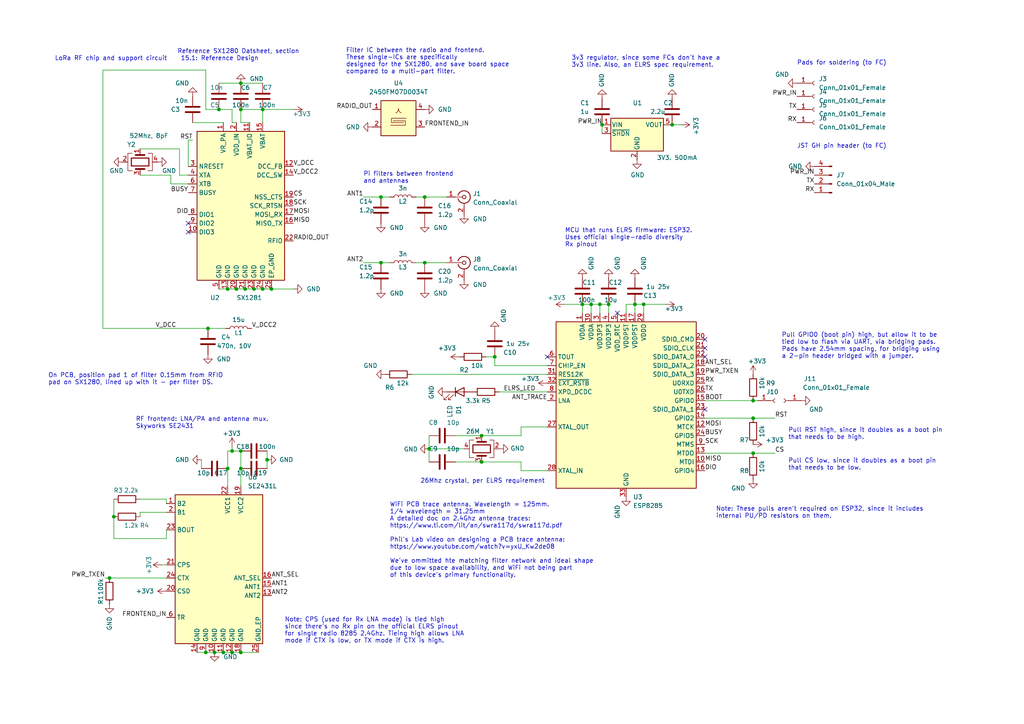
<source format=kicad_sch>
(kicad_sch (version 20211123) (generator eeschema)
  (paper "A4")
  (title_block (title "AnyLeaf ELRS single-radio Rx") (rev "1.0"))
  (lib_symbols
    (symbol "Anyleaf Shared:2450FM07D0034" (pin_names (offset 1.016))
      (property "Reference" "FL" (at 2.54 -6.35 0))
      (property "Value" "2450FM07D0034" (at 0 6.35 0))
      (symbol "2450FM07D0034_0_1"
        (rectangle (start -5.08 5.08) (end 5.08 -5.08) (stroke (width 0.254)) (fill (type background)))
        (arc (start -0.762 1.524) (mid -0.1988 2.0511) (end 0 2.794))
        (polyline (pts (xy -1.524 -0.762) (xy -1.27 -0.762)))
        (polyline (pts (xy 1.524 -1.27) (xy -1.524 -1.27)))
        (polyline (pts (xy 1.524 -0.762) (xy -1.27 -0.762)))
        (polyline (pts (xy -1.524 -1.27) (xy -2.032 -1.27) (xy -2.032 0) (xy 2.286 0)))
        (polyline (pts (xy 1.524 -0.762) (xy 2.032 -0.762) (xy 2.032 -2.032) (xy -2.286 -2.032)))
        (arc (start 0 2.794) (mid 0.2065 2.0558) (end 0.762 1.524))
      )
      (symbol "2450FM07D0034_1_1"
        (pin passive line (at -7.62 2.54 0) (length 2.54) (name "~") (number "1"))
        (pin passive line (at -7.62 -2.54 0) (length 2.54) (name "~") (number "2"))
        (pin passive line (at 7.62 -2.54 180) (length 2.54) (name "~") (number "3"))
        (pin passive line (at 7.62 2.54 180) (length 2.54) (name "~") (number "4"))
        (pin passive line (at -7.62 -2.54 0) (length 2.54) hide (name "~") (number "5"))
      )
    )
    (symbol "Anyleaf Shared:SE2431L"
      (property "Reference" "U6" (at -15.24 29.21 0))
      (property "Value" "SE2431L" (at -17.78 26.67 0))
      (symbol "SE2431L_0_1"
        (rectangle (start -12.7 25.4) (end 12.7 -17.78) (stroke (width 0.254)) (fill (type background)))
      )
      (symbol "SE2431L_1_1"
        (pin output line (at -15.24 22.86 0) (length 2.54) (name "B2") (number "1"))
        (pin power_out line (at -1.27 -20.32 90) (length 2.54) (name "GND") (number "10"))
        (pin power_in line (at 1.27 -20.32 90) (length 2.54) (name "GND") (number "11"))
        (pin output line (at 3.81 -20.32 90) (length 2.54) (name "GND") (number "12"))
        (pin bidirectional line (at 15.24 -3.81 180) (length 2.54) (name "ANT2") (number "13"))
        (pin power_out line (at -6.35 -20.32 90) (length 2.54) (name "GND") (number "14"))
        (pin input line (at 15.24 -1.27 180) (length 2.54) (name "ANT1") (number "15"))
        (pin input line (at 15.24 1.27 180) (length 2.54) (name "ANT_SEL") (number "16"))
        (pin power_out line (at 6.35 -20.32 90) (length 2.54) (name "GND") (number "18"))
        (pin power_in line (at 6.35 27.94 270) (length 2.54) (name "VCC2") (number "19"))
        (pin output line (at -15.24 20.32 0) (length 2.54) (name "B1") (number "2"))
        (pin input line (at -15.24 -2.54 0) (length 2.54) (name "CSD") (number "20"))
        (pin input line (at -15.24 5.08 0) (length 2.54) (name "CPS") (number "21"))
        (pin power_in line (at 2.54 27.94 270) (length 2.54) (name "VCC1") (number "22"))
        (pin input line (at -15.24 15.24 0) (length 2.54) (name "BOUT") (number "23"))
        (pin input line (at -15.24 1.27 0) (length 2.54) (name "CTX") (number "24"))
        (pin power_out line (at 11.43 -20.32 90) (length 2.54) (name "GND_EP") (number "25"))
        (pin input line (at -15.24 -10.16 0) (length 2.54) (name "TR") (number "6"))
        (pin power_out line (at -3.81 -20.32 90) (length 2.54) (name "GND") (number "9"))
      )
    )
    (symbol "Anyleaf_Shared:SX1281"
      (property "Reference" "U" (at 13.97 24.13 0))
      (property "Value" "SX1281" (at 13.97 21.59 0))
      (symbol "SX1281_0_1"
        (rectangle (start -12.7 25.4) (end 12.7 -17.78) (stroke (width 0.254)) (fill (type background)))
      )
      (symbol "SX1281_1_1"
        (pin power_in line (at -5.08 27.94 270) (length 2.54) (name "VR_PA") (number "1"))
        (pin bidirectional line (at -15.24 -3.81 0) (length 2.54) (name "DIO3") (number "10"))
        (pin power_in line (at 2.54 27.94 270) (length 2.54) (name "VBAT_IO") (number "11"))
        (pin power_out line (at 15.24 15.24 180) (length 2.54) (name "DCC_FB") (number "12"))
        (pin power_out line (at -3.81 -20.32 90) (length 2.54) (name "GND") (number "13"))
        (pin power_out line (at 15.24 12.7 180) (length 2.54) (name "DCC_SW") (number "14"))
        (pin power_in line (at 6.35 27.94 270) (length 2.54) (name "VBAT") (number "15"))
        (pin output line (at 15.24 -1.27 180) (length 2.54) (name "MISO_TX") (number "16"))
        (pin input line (at 15.24 1.27 180) (length 2.54) (name "MOSI_RX") (number "17"))
        (pin input line (at 15.24 3.81 180) (length 2.54) (name "SCK_RTSN") (number "18"))
        (pin input line (at 15.24 6.35 180) (length 2.54) (name "NSS_CTS") (number "19"))
        (pin power_in line (at -1.27 27.94 270) (length 2.54) (name "VDD_IN") (number "2"))
        (pin output line (at -1.27 -20.32 90) (length 2.54) (name "GND") (number "20"))
        (pin power_out line (at 1.27 -20.32 90) (length 2.54) (name "GND") (number "21"))
        (pin bidirectional line (at 15.24 -6.35 180) (length 2.54) (name "RFIO") (number "22"))
        (pin power_out line (at 3.81 -20.32 90) (length 2.54) (name "GND") (number "23"))
        (pin power_out line (at 6.35 -20.32 90) (length 2.54) (name "GND") (number "24"))
        (pin power_out line (at 8.89 -20.32 90) (length 2.54) (name "EP_GND") (number "25"))
        (pin input line (at -15.24 15.24 0) (length 2.54) (name "NRESET") (number "3"))
        (pin bidirectional line (at -15.24 12.7 0) (length 2.54) (name "XTA") (number "4"))
        (pin power_out line (at -6.35 -20.32 90) (length 2.54) (name "GND") (number "5"))
        (pin bidirectional line (at -15.24 10.16 0) (length 2.54) (name "XTB") (number "6"))
        (pin output line (at -15.24 7.62 0) (length 2.54) (name "BUSY") (number "7"))
        (pin bidirectional line (at -15.24 1.27 0) (length 2.54) (name "DIO1") (number "8"))
        (pin bidirectional line (at -15.24 -1.27 0) (length 2.54) (name "DIO2") (number "9"))
      )
    )
    (symbol "Connector:Conn_01x01_Female" (pin_names (offset 1.016) hide)
      (property "Reference" "J" (at 0 2.54 0))
      (property "Value" "Conn_01x01_Female" (at 0 -2.54 0))
      (symbol "Conn_01x01_Female_1_1"
        (polyline (pts (xy -1.27 0) (xy -0.508 0)) (stroke (width 0.1524)))
        (arc (start 0 0.508) (mid -0.508 0) (end 0 -0.508) (stroke (width 0.1524)))
        (pin passive line (at -5.08 0 0) (length 3.81) (name "Pin_1") (number "1"))
      )
    )
    (symbol "Connector:Conn_01x04_Male" (pin_names (offset 1.016) hide)
      (property "Reference" "J" (at 0 5.08 0))
      (property "Value" "Conn_01x04_Male" (at 0 -7.62 0))
      (symbol "Conn_01x04_Male_1_1"
        (polyline (pts (xy 1.27 -5.08) (xy 0.8636 -5.08)) (stroke (width 0.1524)))
        (polyline (pts (xy 1.27 -2.54) (xy 0.8636 -2.54)) (stroke (width 0.1524)))
        (polyline (pts (xy 1.27 0) (xy 0.8636 0)) (stroke (width 0.1524)))
        (polyline (pts (xy 1.27 2.54) (xy 0.8636 2.54)) (stroke (width 0.1524)))
        (rectangle (start 0.8636 -4.953) (end 0 -5.207) (stroke (width 0.1524)) (fill (type outline)))
        (rectangle (start 0.8636 -2.413) (end 0 -2.667) (stroke (width 0.1524)) (fill (type outline)))
        (rectangle (start 0.8636 0.127) (end 0 -0.127) (stroke (width 0.1524)) (fill (type outline)))
        (rectangle (start 0.8636 2.667) (end 0 2.413) (stroke (width 0.1524)) (fill (type outline)))
        (pin passive line (at 5.08 2.54 180) (length 3.81) (name "Pin_1") (number "1"))
        (pin passive line (at 5.08 0 180) (length 3.81) (name "Pin_2") (number "2"))
        (pin passive line (at 5.08 -2.54 180) (length 3.81) (name "Pin_3") (number "3"))
        (pin passive line (at 5.08 -5.08 180) (length 3.81) (name "Pin_4") (number "4"))
      )
    )
    (symbol "Connector:Conn_Coaxial" (pin_names (offset 1.016) hide)
      (property "Reference" "J" (at 0.254 3.048 0))
      (property "Value" "Conn_Coaxial" (at 2.921 0 90))
      (symbol "Conn_Coaxial_0_1"
        (arc (start -1.778 -0.508) (mid 0.222 -1.808) (end 1.778 0) (stroke (width 0.254)))
        (polyline (pts (xy -2.54 0) (xy -0.508 0)))
        (polyline (pts (xy 0 -2.54) (xy 0 -1.778)))
        (circle (center 0 0) (radius 0.508) (stroke (width 0.2032)))
        (arc (start 1.778 0) (mid 0.222 1.8083) (end -1.778 0.508) (stroke (width 0.254)))
      )
      (symbol "Conn_Coaxial_1_1"
        (pin passive line (at -5.08 0 0) (length 2.54) (name "In") (number "1"))
        (pin passive line (at 0 -5.08 90) (length 2.54) (name "Ext") (number "2"))
      )
    )
    (symbol "Device:C" (pin_numbers hide) (pin_names (offset 0.254))
      (property "Reference" "C" (at 0.635 2.54 0))
      (property "Value" "C" (at 0.635 -2.54 0))
      (symbol "C_0_1"
        (polyline (pts (xy -2.032 -0.762) (xy 2.032 -0.762)) (stroke (width 0.508)))
        (polyline (pts (xy -2.032 0.762) (xy 2.032 0.762)) (stroke (width 0.508)))
      )
      (symbol "C_1_1"
        (pin passive line (at 0 3.81 270) (length 2.794) (name "~") (number "1"))
        (pin passive line (at 0 -3.81 90) (length 2.794) (name "~") (number "2"))
      )
    )
    (symbol "Device:Crystal_GND24" (pin_names (offset 1.016) hide)
      (property "Reference" "Y" (at 3.175 5.08 0))
      (property "Value" "Crystal_GND24" (at 3.175 3.175 0))
      (symbol "Crystal_GND24_0_1"
        (rectangle (start -1.143 2.54) (end 1.143 -2.54) (stroke (width 0.3048)))
        (polyline (pts (xy -2.54 0) (xy -2.032 0)))
        (polyline (pts (xy -2.032 -1.27) (xy -2.032 1.27)) (stroke (width 0.508)))
        (polyline (pts (xy 0 -3.81) (xy 0 -3.556)))
        (polyline (pts (xy 0 3.556) (xy 0 3.81)))
        (polyline (pts (xy 2.032 -1.27) (xy 2.032 1.27)) (stroke (width 0.508)))
        (polyline (pts (xy 2.032 0) (xy 2.54 0)))
        (polyline (pts (xy -2.54 -2.286) (xy -2.54 -3.556) (xy 2.54 -3.556) (xy 2.54 -2.286)))
        (polyline (pts (xy -2.54 2.286) (xy -2.54 3.556) (xy 2.54 3.556) (xy 2.54 2.286)))
      )
      (symbol "Crystal_GND24_1_1"
        (pin passive line (at -3.81 0 0) (length 1.27) (name "1") (number "1"))
        (pin passive line (at 0 5.08 270) (length 1.27) (name "2") (number "2"))
        (pin passive line (at 3.81 0 180) (length 1.27) (name "3") (number "3"))
        (pin passive line (at 0 -5.08 90) (length 1.27) (name "4") (number "4"))
      )
    )
    (symbol "Device:L" (pin_numbers hide) (pin_names (offset 1.016) hide)
      (property "Reference" "L" (at -1.27 0 90))
      (property "Value" "L" (at 1.905 0 90))
      (symbol "L_0_1"
        (arc (start 0 -2.54) (mid 0.635 -1.905) (end 0 -1.27))
        (arc (start 0 -1.27) (mid 0.635 -0.635) (end 0 0))
        (arc (start 0 0) (mid 0.635 0.635) (end 0 1.27))
        (arc (start 0 1.27) (mid 0.635 1.905) (end 0 2.54))
      )
      (symbol "L_1_1"
        (pin passive line (at 0 3.81 270) (length 1.27) (name "1") (number "1"))
        (pin passive line (at 0 -3.81 90) (length 1.27) (name "2") (number "2"))
      )
    )
    (symbol "Device:LED" (pin_numbers hide) (pin_names (offset 1.016) hide)
      (property "Reference" "D" (at 0 2.54 0))
      (property "Value" "LED" (at 0 -2.54 0))
      (symbol "LED_0_1"
        (polyline (pts (xy -1.27 -1.27) (xy -1.27 1.27)) (stroke (width 0.254)))
        (polyline (pts (xy -1.27 0) (xy 1.27 0)))
        (polyline (pts (xy 1.27 -1.27) (xy 1.27 1.27) (xy -1.27 0) (xy 1.27 -1.27)) (stroke (width 0.254)))
        (polyline (pts (xy -3.048 -0.762) (xy -4.572 -2.286) (xy -3.81 -2.286) (xy -4.572 -2.286) (xy -4.572 -1.524)))
        (polyline (pts (xy -1.778 -0.762) (xy -3.302 -2.286) (xy -2.54 -2.286) (xy -3.302 -2.286) (xy -3.302 -1.524)))
      )
      (symbol "LED_1_1"
        (pin passive line (at -3.81 0 0) (length 2.54) (name "K") (number "1"))
        (pin passive line (at 3.81 0 180) (length 2.54) (name "A") (number "2"))
      )
    )
    (symbol "Device:R" (pin_numbers hide) (pin_names (offset 0))
      (property "Reference" "R" (at 2.032 0 90))
      (property "Value" "R" (at 0 0 90))
      (symbol "R_0_1"
        (rectangle (start -1.016 -2.54) (end 1.016 2.54) (stroke (width 0.254)))
      )
      (symbol "R_1_1"
        (pin passive line (at 0 3.81 270) (length 1.27) (name "~") (number "1"))
        (pin passive line (at 0 -3.81 90) (length 1.27) (name "~") (number "2"))
      )
    )
    (symbol "MCU_Espressif:ESP8266EX"
      (property "Reference" "U3" (at 2.0194 -27.94 0))
      (property "Value" "ESP8285" (at 2.0194 -30.48 0))
      (symbol "ESP8266EX_0_1"
        (rectangle (start -20.32 22.86) (end 20.32 -25.4) (stroke (width 0.254)) (fill (type background)))
      )
      (symbol "ESP8266EX_1_1"
        (pin power_in line (at -12.7 25.4 270) (length 2.54) (name "VDDA") (number "1"))
        (pin bidirectional line (at 22.86 -17.78 180) (length 2.54) (name "MTDI") (number "10"))
        (pin power_in line (at 0 25.4 270) (length 2.54) (name "VDDPST") (number "11"))
        (pin bidirectional line (at 22.86 -7.62 180) (length 2.54) (name "MTCK") (number "12"))
        (pin bidirectional line (at 22.86 -15.24 180) (length 2.54) (name "MTDO") (number "13"))
        (pin bidirectional line (at 22.86 -5.08 180) (length 2.54) (name "GPIO2") (number "14"))
        (pin bidirectional line (at 22.86 0 180) (length 2.54) (name "GPIO0") (number "15"))
        (pin bidirectional line (at 22.86 -20.32 180) (length 2.54) (name "GPIO4") (number "16"))
        (pin power_in line (at 2.54 25.4 270) (length 2.54) (name "VDDPST") (number "17"))
        (pin bidirectional line (at 22.86 10.16 180) (length 2.54) (name "SDIO_DATA_2") (number "18"))
        (pin bidirectional line (at 22.86 7.62 180) (length 2.54) (name "SDIO_DATA_3") (number "19"))
        (pin bidirectional line (at -22.86 0 0) (length 2.54) (name "LNA") (number "2"))
        (pin bidirectional line (at 22.86 17.78 180) (length 2.54) (name "SDIO_CMD") (number "20"))
        (pin bidirectional line (at 22.86 15.24 180) (length 2.54) (name "SDIO_CLK") (number "21"))
        (pin bidirectional line (at 22.86 12.7 180) (length 2.54) (name "SDIO_DATA_0") (number "22"))
        (pin bidirectional line (at 22.86 -2.54 180) (length 2.54) (name "SDIO_DATA_1") (number "23"))
        (pin bidirectional line (at 22.86 -10.16 180) (length 2.54) (name "GPIO5") (number "24"))
        (pin bidirectional line (at 22.86 5.08 180) (length 2.54) (name "U0RXD") (number "25"))
        (pin bidirectional line (at 22.86 2.54 180) (length 2.54) (name "U0TXD") (number "26"))
        (pin bidirectional line (at -22.86 -7.62 0) (length 2.54) (name "XTAL_OUT") (number "27"))
        (pin bidirectional line (at -22.86 -20.32 0) (length 2.54) (name "XTAL_IN") (number "28"))
        (pin power_in line (at 5.08 25.4 270) (length 2.54) (name "VDDD") (number "29"))
        (pin power_in line (at -7.62 25.4 270) (length 2.54) (name "VDD3P3") (number "3"))
        (pin power_in line (at -10.16 25.4 270) (length 2.54) (name "VDDA") (number "30"))
        (pin input line (at -22.86 7.62 0) (length 2.54) (name "RES12K") (number "31"))
        (pin input line (at -22.86 5.08 0) (length 2.54) (name "~{EXT_RSTB}") (number "32"))
        (pin power_in line (at 0 -27.94 90) (length 2.54) (name "GND") (number "33"))
        (pin power_in line (at -5.08 25.4 270) (length 2.54) (name "VDD3P3") (number "4"))
        (pin power_in line (at -2.54 25.4 270) (length 2.54) (name "VDD_RTC") (number "5"))
        (pin input line (at -22.86 12.7 0) (length 2.54) (name "TOUT") (number "6"))
        (pin input line (at -22.86 10.16 0) (length 2.54) (name "CHIP_EN") (number "7"))
        (pin bidirectional line (at -22.86 2.54 0) (length 2.54) (name "XPD_DCDC") (number "8"))
        (pin bidirectional line (at 22.86 -12.7 180) (length 2.54) (name "MTMS") (number "9"))
      )
    )
    (symbol "power:+3.3V" (power) (pin_names (offset 0))
      (property "Value" "+3.3V" (at 0 3.556 0))
      (symbol "+3.3V_0_1"
        (polyline (pts (xy -0.762 1.27) (xy 0 2.54)))
        (polyline (pts (xy 0 0) (xy 0 2.54)))
        (polyline (pts (xy 0 2.54) (xy 0.762 1.27)))
      )
      (symbol "+3.3V_1_1"
        (pin power_in line (at 0 0 90) (length 0) hide (name "+3V3") (number "1"))
      )
    )
    (symbol "power:GND" (power) (pin_names (offset 0))
      (property "Value" "GND" (at 0 -3.81 0))
      (symbol "GND_0_1"
        (polyline (pts (xy 0 0) (xy 0 -1.27) (xy 1.27 -1.27) (xy 0 -2.54) (xy -1.27 -1.27) (xy 0 -1.27)))
      )
      (symbol "GND_1_1"
        (pin power_in line (at 0 0 270) (length 0) hide (name "GND") (number "1"))
      )
    )
    (symbol "water_monitor-rescue:MCP1802-3.3-Anyleaf_shared" (pin_names (offset 0.254))
      (property "Reference" "U" (at -6.35 5.715 0))
      (property "Value" "MCP1802-3.3-Anyleaf_shared" (at 0 5.715 0))
      (symbol "MCP1802-3.3-Anyleaf_shared_0_1"
        (rectangle (start -7.62 -5.08) (end 7.62 4.445) (stroke (width 0.254)) (fill (type background)))
      )
      (symbol "MCP1802-3.3-Anyleaf_shared_1_1"
        (pin power_in line (at -10.16 2.54 0) (length 2.54) (name "VIN") (number "1"))
        (pin power_in line (at 0 -7.62 90) (length 2.54) (name "GND") (number "2"))
        (pin input line (at -10.16 0 0) (length 2.54) (name "~{SHDN}") (number "3"))
        (pin no_connect line (at 7.62 0 180) (length 2.54) hide (name "NC") (number "4"))
        (pin power_out line (at 10.16 2.54 180) (length 2.54) (name "VOUT") (number "5"))
      )
    )
  )
  (junction (at 139.7 133.985))
  (junction (at 123.19 76.2))
  (junction (at 110.49 57.15))
  (junction (at 63.5 31.75))
  (junction (at 110.49 76.2))
  (junction (at 76.2 83.82))
  (junction (at 62.23 189.23))
  (junction (at 123.19 57.15))
  (junction (at 186.69 88.265))
  (junction (at 174.625 36.195))
  (junction (at 66.04 135.89))
  (junction (at 31.75 167.64))
  (junction (at 59.69 189.23))
  (junction (at 73.66 83.82))
  (junction (at 66.04 83.82))
  (junction (at 173.99 88.265))
  (junction (at 77.47 133.35))
  (junction (at 139.7 126.365))
  (junction (at 218.44 131.445))
  (junction (at 194.945 36.195))
  (junction (at 76.2 31.75))
  (junction (at 176.53 88.265))
  (junction (at 69.85 135.89))
  (junction (at 143.51 103.505))
  (junction (at 218.44 116.205))
  (junction (at 69.85 31.75))
  (junction (at 71.12 83.82))
  (junction (at 69.85 24.13))
  (junction (at 64.77 189.23))
  (junction (at 168.91 88.265))
  (junction (at 69.85 130.81))
  (junction (at 78.74 83.82))
  (junction (at 68.58 83.82))
  (junction (at 124.46 130.175))
  (junction (at 184.15 88.265))
  (junction (at 33.02 149.86))
  (junction (at 67.31 130.81))
  (junction (at 69.85 189.23))
  (junction (at 67.31 189.23))
  (junction (at 218.44 121.285))
  (junction (at 60.325 95.25))
  (junction (at 171.45 88.265))
  (no_connect (at 204.47 118.745))
  (no_connect (at 54.61 64.77))
  (no_connect (at 179.07 90.805))
  (no_connect (at 204.47 98.425))
  (no_connect (at 204.47 103.505))
  (no_connect (at 204.47 100.965))
  (no_connect (at 158.75 103.505))
  (no_connect (at 54.61 67.31))
  (wire (pts (xy 60.325 95.25) (xy 65.405 95.25)))
  (wire (pts (xy 69.85 35.56) (xy 72.39 35.56)))
  (wire (pts (xy 204.47 116.205) (xy 218.44 116.205)))
  (wire (pts (xy 124.46 126.365) (xy 124.46 130.175)))
  (wire (pts (xy 176.53 88.265) (xy 176.53 90.805)))
  (wire (pts (xy 66.04 135.89) (xy 66.04 140.97)))
  (wire (pts (xy 171.45 88.265) (xy 173.99 88.265)))
  (wire (pts (xy 63.5 31.75) (xy 67.31 31.75)))
  (wire (pts (xy 67.31 129.54) (xy 67.31 130.81)))
  (wire (pts (xy 64.77 189.23) (xy 67.31 189.23)))
  (wire (pts (xy 62.23 189.23) (xy 64.77 189.23)))
  (wire (pts (xy 52.07 43.18) (xy 52.07 50.8)))
  (wire (pts (xy 58.42 133.35) (xy 58.42 135.89)))
  (wire (pts (xy 49.53 50.8) (xy 49.53 53.34)))
  (wire (pts (xy 73.66 83.82) (xy 76.2 83.82)))
  (wire (pts (xy 59.69 189.23) (xy 62.23 189.23)))
  (wire (pts (xy 186.69 88.265) (xy 193.04 88.265)))
  (wire (pts (xy 29.845 20.32) (xy 59.69 20.32)))
  (wire (pts (xy 71.12 83.82) (xy 73.66 83.82)))
  (wire (pts (xy 40.64 43.18) (xy 52.07 43.18)))
  (wire (pts (xy 186.69 90.805) (xy 186.69 88.265)))
  (wire (pts (xy 67.31 35.56) (xy 67.31 31.75)))
  (wire (pts (xy 168.91 88.265) (xy 168.91 90.805)))
  (wire (pts (xy 69.85 31.75) (xy 69.85 35.56)))
  (wire (pts (xy 113.03 57.15) (xy 110.49 57.15)))
  (wire (pts (xy 33.02 144.78) (xy 33.02 149.86)))
  (wire (pts (xy 78.74 83.82) (xy 85.09 83.82)))
  (wire (pts (xy 31.75 167.64) (xy 48.26 167.64)))
  (wire (pts (xy 30.48 167.64) (xy 31.75 167.64)))
  (wire (pts (xy 52.07 50.8) (xy 54.61 50.8)))
  (wire (pts (xy 69.85 130.81) (xy 69.85 135.89)))
  (wire (pts (xy 184.15 88.265) (xy 184.15 90.805)))
  (wire (pts (xy 54.61 40.64) (xy 54.61 48.26)))
  (wire (pts (xy 66.04 130.81) (xy 67.31 130.81)))
  (wire (pts (xy 194.945 36.195) (xy 197.485 36.195)))
  (wire (pts (xy 113.03 76.2) (xy 110.49 76.2)))
  (wire (pts (xy 29.845 20.32) (xy 29.845 95.25)))
  (wire (pts (xy 181.61 88.265) (xy 181.61 90.805)))
  (wire (pts (xy 77.47 133.35) (xy 77.47 135.89)))
  (wire (pts (xy 67.31 130.81) (xy 69.85 130.81)))
  (wire (pts (xy 69.85 31.75) (xy 76.2 31.75)))
  (wire (pts (xy 218.44 121.285) (xy 224.79 121.285)))
  (wire (pts (xy 151.13 123.825) (xy 158.75 123.825)))
  (wire (pts (xy 49.53 53.34) (xy 54.61 53.34)))
  (wire (pts (xy 69.85 135.89) (xy 69.85 140.97)))
  (wire (pts (xy 69.85 24.13) (xy 76.2 24.13)))
  (wire (pts (xy 48.26 153.67) (xy 48.26 156.21)))
  (wire (pts (xy 144.78 113.665) (xy 158.75 113.665)))
  (wire (pts (xy 132.08 126.365) (xy 139.7 126.365)))
  (wire (pts (xy 123.19 57.15) (xy 129.54 57.15)))
  (wire (pts (xy 63.5 83.82) (xy 66.04 83.82)))
  (wire (pts (xy 69.85 189.23) (xy 74.93 189.23)))
  (wire (pts (xy 163.83 88.265) (xy 168.91 88.265)))
  (wire (pts (xy 173.99 88.265) (xy 173.99 90.805)))
  (wire (pts (xy 151.13 136.525) (xy 158.75 136.525)))
  (wire (pts (xy 66.04 130.81) (xy 66.04 135.89)))
  (wire (pts (xy 63.5 31.75) (xy 59.69 31.75)))
  (wire (pts (xy 151.13 126.365) (xy 151.13 123.825)))
  (wire (pts (xy 174.625 36.195) (xy 174.625 38.735)))
  (wire (pts (xy 68.58 83.82) (xy 71.12 83.82)))
  (wire (pts (xy 110.49 76.2) (xy 105.41 76.2)))
  (wire (pts (xy 204.47 121.285) (xy 218.44 121.285)))
  (wire (pts (xy 204.47 131.445) (xy 218.44 131.445)))
  (wire (pts (xy 184.15 88.265) (xy 181.61 88.265)))
  (wire (pts (xy 40.64 148.59) (xy 40.64 149.86)))
  (wire (pts (xy 76.2 31.75) (xy 85.09 31.75)))
  (wire (pts (xy 55.88 40.64) (xy 54.61 40.64)))
  (wire (pts (xy 173.99 88.265) (xy 176.53 88.265)))
  (wire (pts (xy 139.7 126.365) (xy 151.13 126.365)))
  (wire (pts (xy 140.97 103.505) (xy 143.51 103.505)))
  (wire (pts (xy 218.44 131.445) (xy 224.79 131.445)))
  (wire (pts (xy 168.91 88.265) (xy 171.45 88.265)))
  (wire (pts (xy 57.15 189.23) (xy 59.69 189.23)))
  (wire (pts (xy 110.49 57.15) (xy 105.41 57.15)))
  (wire (pts (xy 123.19 76.2) (xy 129.54 76.2)))
  (wire (pts (xy 55.88 35.56) (xy 64.77 35.56)))
  (wire (pts (xy 124.46 130.175) (xy 134.62 130.175)))
  (wire (pts (xy 29.845 95.25) (xy 60.325 95.25)))
  (wire (pts (xy 171.45 88.265) (xy 171.45 90.805)))
  (wire (pts (xy 120.65 76.2) (xy 123.19 76.2)))
  (wire (pts (xy 68.58 35.56) (xy 67.31 35.56)))
  (wire (pts (xy 218.44 116.205) (xy 219.71 116.205)))
  (wire (pts (xy 119.38 108.585) (xy 158.75 108.585)))
  (wire (pts (xy 33.02 156.21) (xy 48.26 156.21)))
  (wire (pts (xy 40.64 144.78) (xy 48.26 144.78)))
  (wire (pts (xy 120.65 57.15) (xy 123.19 57.15)))
  (wire (pts (xy 66.04 83.82) (xy 68.58 83.82)))
  (wire (pts (xy 46.99 163.83) (xy 48.26 163.83)))
  (wire (pts (xy 186.69 88.265) (xy 184.15 88.265)))
  (wire (pts (xy 59.69 31.75) (xy 59.69 20.32)))
  (wire (pts (xy 139.7 133.985) (xy 151.13 133.985)))
  (wire (pts (xy 67.31 189.23) (xy 69.85 189.23)))
  (wire (pts (xy 76.2 31.75) (xy 76.2 35.56)))
  (wire (pts (xy 33.02 149.86) (xy 33.02 156.21)))
  (wire (pts (xy 158.75 106.045) (xy 143.51 106.045)))
  (wire (pts (xy 63.5 24.13) (xy 69.85 24.13)))
  (wire (pts (xy 151.13 133.985) (xy 151.13 136.525)))
  (wire (pts (xy 40.64 50.8) (xy 49.53 50.8)))
  (wire (pts (xy 76.2 83.82) (xy 78.74 83.82)))
  (wire (pts (xy 143.51 106.045) (xy 143.51 103.505)))
  (wire (pts (xy 77.47 130.81) (xy 77.47 133.35)))
  (wire (pts (xy 124.46 130.175) (xy 124.46 133.985)))
  (wire (pts (xy 48.26 144.78) (xy 48.26 146.05)))
  (wire (pts (xy 132.08 133.985) (xy 139.7 133.985)))
  (wire (pts (xy 48.26 148.59) (xy 40.64 148.59)))
  (text "26Mhz crystal, per ELRS requirement" (at 121.92 140.335 0) (effects (font (size 1.27 1.27)) (justify left bottom)))
  (text "MCU that runs ELRS firmware: ESP32.\nUses official single-radio diversity\nRx pinout" (at 163.83 71.755 0) (effects (font (size 1.27 1.27)) (justify left bottom)))
  (text "JST GH pin header (to FC)" (at 231.14 43.18 0) (effects (font (size 1.27 1.27)) (justify left bottom)))
  (text "Note: These pulls aren't required on ESP32, since it includes\ninternal PU/PD resistors on them." (at 207.645 150.495 0) (effects (font (size 1.27 1.27)) (justify left bottom)))
  (text "Pi filters between frontend\nand antennas" (at 105.41 53.34 0) (effects (font (size 1.27 1.27)) (justify left bottom)))
  (text "Pads for soldering (to FC)" (at 231.14 19.05 0) (effects (font (size 1.27 1.27)) (justify left bottom)))
  (text "Note: CPS (used for Rx LNA mode) is tied high\nsince there's no Rx pin on the official ELRS pinout\nfor single radio 8285 2.4Ghz. Tieing high allows LNA\nmode if CTX is low, or TX mode if CTX is high." (at 82.55 186.69 0) (effects (font (size 1.27 1.27)) (justify left bottom)))
  (text "3v3 regulator, since some FCs don't have a \n3v3 line. Also, an ELRS spec requirement." (at 165.735 19.685 0) (effects (font (size 1.27 1.27)) (justify left bottom)))
  (text "WiFi PCB trace antenna. Wavelength = 125mm.\n1/4 wavelength = 31.25mm\nA detailed doc on 2.4Ghz antenna traces:\nhttps://www.ti.com/lit/an/swra117d/swra117d.pdf\n\nPhil's Lab video on designing a PCB trace antenna:\nhttps://www.youtube.com/watch?v=yxU_Kw2de08\n\nWe've ommitted hte matching filter network and ideal shape\ndue to low space availability, and WiFi not being part\nof this device's primary functionality." (at 113.03 167.64 0) (effects (font (size 1.27 1.27)) (justify left bottom)))
  (text "Pull CS low, since it doubles as a boot pin\nthat needs to be low." (at 228.6 136.525 0) (effects (font (size 1.27 1.27)) (justify left bottom)))
  (text "Reference SX1280 Datsheet, section\n 15.1: Reference Design" (at 51.435 17.78 0) (effects (font (size 1.27 1.27)) (justify left bottom)))
  (text "RF frontend: LNA/PA and antenna mux.\nSkyworks SE2431" (at 39.37 124.46 0) (effects (font (size 1.27 1.27)) (justify left bottom)))
  (text "Pull GPIO0 (boot pin) high, but allow it to be\ntied low to flash via UART, via bridging pads.\nPads have 2.54mm spacing, for bridging using\na 2-pin header bridged with a jumper." (at 226.695 104.14 0) (effects (font (size 1.27 1.27)) (justify left bottom)))
  (text "On PCB, position pad 1 of filter 0.15mm from RFIO \npad on SX1280, lined up with it - per filter DS." (at 13.97 111.76 0) (effects (font (size 1.27 1.27)) (justify left bottom)))
  (text "Pull RST high, since it doubles as a boot pin\nthat needs to be high." (at 228.6 127.635 0) (effects (font (size 1.27 1.27)) (justify left bottom)))
  (text "LoRa RF chip and support circuit" (at 15.875 17.78 0) (effects (font (size 1.27 1.27)) (justify left bottom)))
  (text "Filter IC between the radio and frontend.\nThese single-ICs are specifically\ndesigned for the SX1280, and save board space\ncompared to a multi-part filter." (at 100.33 21.59 0) (effects (font (size 1.27 1.27)) (justify left bottom)))
  (label "FRONTEND_IN" (at 123.19 36.83 0))
  (label "PWR_TXEN" (at 30.48 167.64 180))
  (label "PWR_IN" (at 231.14 27.94 180))
  (label "ANT_TRACE" (at 158.75 116.205 180))
  (label "SCK" (at 204.47 128.905 0))
  (label "PWR_TXEN" (at 204.47 108.585 0))
  (label "V_DCC2" (at 73.025 95.25 0))
  (label "RX" (at 204.47 111.125 0))
  (label "BUSY" (at 204.47 126.365 0))
  (label "MISO" (at 204.47 133.985 0))
  (label "TX" (at 231.14 31.75 180))
  (label "ANT2" (at 105.41 76.2 180))
  (label "SCK" (at 85.09 59.69 0))
  (label "V_DCC" (at 85.09 48.26 0))
  (label "ANT1" (at 105.41 57.15 180))
  (label "ANT_SEL" (at 204.47 106.045 0))
  (label "RX" (at 231.14 35.56 180))
  (label "RADIO_OUT" (at 85.09 69.85 0))
  (label "ANT2" (at 78.74 172.72 0))
  (label "MOSI" (at 85.09 62.23 0))
  (label "TX" (at 236.22 53.34 180))
  (label "BUSY" (at 54.61 55.88 180))
  (label "CS" (at 85.09 57.15 0))
  (label "PWR_IN" (at 236.22 50.8 180))
  (label "TX" (at 204.47 113.665 0))
  (label "ANT_SEL" (at 78.74 167.64 0))
  (label "DIO" (at 54.61 62.23 180))
  (label "MOSI" (at 204.47 123.825 0))
  (label "BOOT" (at 204.47 116.205 0))
  (label "RST" (at 224.79 121.285 0))
  (label "RST" (at 55.88 40.64 180))
  (label "DIO" (at 204.47 136.525 0))
  (label "V_DCC" (at 45.085 95.25 0))
  (label "RADIO_OUT" (at 107.95 31.75 180))
  (label "FRONTEND_IN" (at 48.26 179.07 180))
  (label "MISO" (at 85.09 64.77 0))
  (label "ELRS_LED" (at 146.05 113.665 0))
  (label "ANT1" (at 78.74 170.18 0))
  (label "V_DCC2" (at 85.09 50.8 0))
  (label "PWR_IN" (at 174.625 36.195 180))
  (label "RX" (at 236.22 55.88 180))
  (label "CS" (at 224.79 131.445 0))
  (symbol (lib_id "Device:Crystal_GND24") (at 40.64 46.99 90) (mirror x) (unit 1)
    (property "Reference" "Y2" (at 38.1 41.91 90))
    (property "Value" "52Mhz, 8pF" (at 43.18 39.37 90))
    (property "Footprint" "Crystal:Crystal_SMD_2016-4Pin_2.0x1.6mm" (effects hide))
    (property "Datasheet" "https://www.diodes.com/assets/Datasheets/FL.pdf" (effects hide))
    (property "LCSC" "C781783" (effects hide))
    (property "Digikey" "644-1381-2-ND" (effects hide))
    (property "Mouser" "729-FW520WFMT1" (effects hide))
    (property "LCSC Seikio Epson" "C841202" (effects hide))
  )
  (symbol (lib_id "Connector:Conn_01x01_Female") (at 224.79 116.205 0) (unit 1) (in_bom no)
    (property "Reference" "J10" (at 222.25 113.665 0) (effects (justify left)))
    (property "Value" "Conn_01x01_Female" (effects hide))
    (property "Footprint" "TestPoint:TestPoint_Pad_1.0x1.0mm" (effects hide))
  )
  (symbol (lib_id "power:GND") (at 174.625 28.575 180) (unit 1)
    (property "Reference" "#PWR0133" (effects hide))
    (property "Value" "GND" (at 174.498 25.3238 90) (effects (justify right)))
  )
  (symbol (lib_id "power:+3.3V") (at 85.09 31.75 270) (unit 1)
    (property "Reference" "#PWR0105" (effects hide))
    (property "Value" "+3.3V" (at 90.17 33.02 90) (effects (justify right)))
  )
  (symbol (lib_id "Device:C") (at 184.15 84.455 180) (unit 1)
    (property "Reference" "C13" (at 190.5 85.725 0) (effects (justify left)))
    (property "Value" "1u 25v" (at 194.31 83.185 0) (effects (justify left)))
    (property "Footprint" "Capacitor_SMD:C_0402_1005Metric" (effects hide))
    (property "LCSC" "C52923" (effects hide))
  )
  (symbol (lib_id "power:GND") (at 144.78 130.175 90) (unit 1)
    (property "Reference" "#PWR0114" (effects hide))
    (property "Value" "GND" (at 148.0312 130.048 90) (effects (justify right)))
  )
  (symbol (lib_id "Device:C") (at 73.66 135.89 90) (unit 1)
    (property "Reference" "C19" (at 77.47 137.16 90) (effects (justify left)))
    (property "Value" "10p" (at 72.39 137.16 90) (effects (justify left)))
    (property "Footprint" "Capacitor_SMD:C_0402_1005Metric" (effects hide))
    (property "LCSC" "C32949" (effects hide))
  )
  (symbol (lib_id "power:GND") (at 69.85 24.13 180) (unit 1)
    (property "Reference" "#PWR0106" (effects hide))
    (property "Value" "GND" (at 72.39 22.8599 0) (effects (justify right)))
  )
  (symbol (lib_id "Anyleaf Shared:2450FM07D0034") (at 115.57 34.29 0) (unit 1)
    (property "Reference" "U4" (at 115.57 24.13 0))
    (property "Value" "2450FM07D0034T" (at 115.57 26.67 0))
    (property "Footprint" "Anyleaf_Shared:2450FM07D0034" (effects hide))
    (property "Datasheet" "https://www.mouser.com/datasheet/2/611/2450FM07D0034-1519359.pdf" (effects hide))
    (property "Mouser" "609-2450FM07D0034T" (effects hide))
    (property "Alt part number:" "2450FM07A0029T" (effects hide))
    (property "Alt part number" "2450FM07A0029T" (effects hide))
    (property "Digikey" "712-1654-2-ND" (effects hide))
  )
  (symbol (lib_id "Connector:Conn_01x01_Female") (at 236.22 35.56 0) (unit 1)
    (property "Reference" "J6" (at 237.49 34.2899 0) (effects (justify left)))
    (property "Value" "Conn_01x01_Female" (at 237.49 36.8299 0) (effects (justify left)))
    (property "Footprint" "TestPoint:TestPoint_Pad_2.5x2.5mm" (effects hide))
  )
  (symbol (lib_id "Connector:Conn_Coaxial") (at 134.62 57.15 0) (unit 1)
    (property "Reference" "J1" (at 137.16 56.1731 0) (effects (justify left)))
    (property "Value" "Conn_Coaxial" (at 137.16 58.7131 0) (effects (justify left)))
    (property "Footprint" "Connector_Coaxial:U.FL_Hirose_U.FL-R-SMT-1_Vertical" (effects hide))
    (property "Datasheet" " ~" (effects hide))
    (property "LCSC" "C88374" (effects hide))
    (property "Part" "Hirose U.FL-R-SMT-1(80)" (effects hide))
  )
  (symbol (lib_id "power:GND") (at 134.62 62.23 0) (unit 1)
    (property "Reference" "#PWR0117" (effects hide))
    (property "Value" "GND" (at 137.16 63.4999 0) (effects (justify left)))
  )
  (symbol (lib_id "Device:R") (at 36.83 144.78 270) (unit 1)
    (property "Reference" "R3" (at 34.29 142.24 90))
    (property "Value" "2.2k" (at 38.1 142.24 90))
    (property "Footprint" "Resistor_SMD:R_0402_1005Metric" (effects hide))
    (property "LCSC" "C25879" (effects hide))
  )
  (symbol (lib_id "Device:Crystal_GND24") (at 139.7 130.175 270) (unit 1)
    (property "Reference" "Y1" (at 142.24 125.095 90))
    (property "Value" "26M" (at 137.16 125.095 90))
    (property "Footprint" "Crystal:Crystal_SMD_2016-4Pin_2.0x1.6mm" (effects hide))
    (property "Datasheet" "https://datasheet.lcsc.com/lcsc/2202231530_HD-7D040000I01_C648973.pdf" (effects hide))
    (property "LCSC" "C843259" (effects hide))
  )
  (symbol (lib_id "power:GND") (at 123.19 31.75 90) (unit 1)
    (property "Reference" "#PWR0123" (effects hide))
    (property "Value" "GND" (at 127 31.7499 90) (effects (justify right)))
  )
  (symbol (lib_id "Device:C") (at 176.53 84.455 0) (unit 1)
    (property "Reference" "C12" (at 176.53 81.915 0) (effects (justify left)))
    (property "Value" "10u" (at 175.26 86.995 0) (effects (justify left)))
    (property "Footprint" "Capacitor_SMD:C_0402_1005Metric" (effects hide))
    (property "LCSC" "C15525" (effects hide))
  )
  (symbol (lib_id "power:GND") (at 31.75 175.26 0) (unit 1)
    (property "Reference" "#PWR0107" (effects hide))
    (property "Value" "GND" (at 31.75 182.88 90) (effects (justify left)))
  )
  (symbol (lib_id "power:GND") (at 107.95 36.83 270) (unit 1)
    (property "Reference" "#PWR0122" (effects hide))
    (property "Value" "GND" (at 100.33 36.83 90) (effects (justify left)))
  )
  (symbol (lib_id "Device:C") (at 128.27 126.365 90) (unit 1)
    (property "Reference" "C8" (at 127 122.555 90) (effects (justify left)))
    (property "Value" "10p" (at 133.35 122.555 90) (effects (justify left)))
    (property "Footprint" "Capacitor_SMD:C_0402_1005Metric" (effects hide))
    (property "LCSC" "C32949" (effects hide))
  )
  (symbol (lib_id "Connector:Conn_01x01_Female") (at 227.33 116.205 180) (unit 1)
    (property "Reference" "J11" (at 234.95 109.855 0))
    (property "Value" "Conn_01x01_Female" (at 242.57 112.395 0))
    (property "Footprint" "TestPoint:TestPoint_Pad_1.0x1.0mm" (effects hide))
  )
  (symbol (lib_id "Device:C") (at 194.945 32.385 0) (unit 1)
    (property "Reference" "C2" (at 192.405 29.845 0) (effects (justify left)))
    (property "Value" "2.2u" (at 188.595 32.385 0) (effects (justify left)))
    (property "Footprint" "Capacitor_SMD:C_0402_1005Metric" (effects hide))
    (property "LCSC" "C12530" (effects hide))
  )
  (symbol (lib_id "power:GND") (at 55.88 27.94 180) (unit 1)
    (property "Reference" "#PWR0109" (effects hide))
    (property "Value" "GND" (at 50.8 24.13 0) (effects (justify right)))
  )
  (symbol (lib_id "Device:R") (at 115.57 108.585 270) (unit 1)
    (property "Reference" "R6" (at 113.03 112.395 90))
    (property "Value" "12k" (at 116.84 111.125 90))
    (property "Footprint" "Resistor_SMD:R_0402_1005Metric" (effects hide))
    (property "LCSC" "C25752" (effects hide))
  )
  (symbol (lib_id "power:GND") (at 232.41 116.205 90) (unit 1)
    (property "Reference" "#PWR0130" (effects hide))
    (property "Value" "GND" (at 238.76 118.745 90) (effects (justify left)))
  )
  (symbol (lib_id "Device:C") (at 110.49 60.96 0) (unit 1)
    (property "Reference" "C14" (at 104.14 58.42 0) (effects (justify left)))
    (property "Value" "1.2p" (at 104.14 60.96 0) (effects (justify left)))
    (property "Footprint" "Capacitor_SMD:C_0402_1005Metric" (effects hide))
    (property "LCSC" "C327292" (effects hide))
  )
  (symbol (lib_id "Device:R") (at 36.83 149.86 270) (unit 1)
    (property "Reference" "R4" (at 41.91 152.4 90))
    (property "Value" "1.2k" (at 38.1 152.4 90))
    (property "Footprint" "Resistor_SMD:R_0402_1005Metric" (effects hide))
    (property "LCSC" "C25862" (effects hide))
  )
  (symbol (lib_id "power:GND") (at 58.42 133.35 270) (unit 1)
    (property "Reference" "#PWR0142" (effects hide))
    (property "Value" "GND" (at 50.8 133.35 90) (effects (justify left)))
  )
  (symbol (lib_id "Connector:Conn_01x01_Female") (at 236.22 27.94 0) (unit 1)
    (property "Reference" "J4" (at 237.49 26.6699 0) (effects (justify left)))
    (property "Value" "Conn_01x01_Female" (at 237.49 29.2099 0) (effects (justify left)))
    (property "Footprint" "TestPoint:TestPoint_Pad_2.5x2.5mm" (effects hide))
  )
  (symbol (lib_id "Connector:Conn_01x01_Female") (at 236.22 24.13 0) (unit 1)
    (property "Reference" "J3" (at 237.49 22.8599 0) (effects (justify left)))
    (property "Value" "Conn_01x01_Female" (at 237.49 25.3999 0) (effects (justify left)))
    (property "Footprint" "TestPoint:TestPoint_Pad_2.5x2.5mm" (effects hide))
  )
  (symbol (lib_id "power:GND") (at 176.53 80.645 180) (unit 1)
    (property "Reference" "#PWR0119" (effects hide))
    (property "Value" "GND" (at 179.07 74.295 90) (effects (justify left)))
  )
  (symbol (lib_id "Device:R") (at 137.16 103.505 270) (unit 1)
    (property "Reference" "R2" (at 134.62 107.315 90))
    (property "Value" "10k" (at 138.43 106.045 90))
    (property "Footprint" "Resistor_SMD:R_0402_1005Metric" (effects hide))
    (property "LCSC" "C25744" (effects hide))
  )
  (symbol (lib_id "power:GND") (at 143.51 95.885 180) (unit 1)
    (property "Reference" "#PWR0127" (effects hide))
    (property "Value" "GND" (at 146.05 89.535 90) (effects (justify left)))
  )
  (symbol (lib_id "power:GND") (at 184.785 46.355 0) (unit 1)
    (property "Reference" "#PWR0115" (effects hide))
    (property "Value" "GND" (at 184.912 50.7492 0))
  )
  (symbol (lib_id "power:GND") (at 85.09 83.82 90) (unit 1)
    (property "Reference" "#PWR0101" (effects hide))
    (property "Value" "GND" (at 88.9 83.8199 90) (effects (justify right)))
  )
  (symbol (lib_id "Device:C") (at 55.88 31.75 0) (unit 1)
    (property "Reference" "C3" (at 49.53 31.75 0) (effects (justify left)))
    (property "Value" "10n" (at 50.8 29.21 0) (effects (justify left)))
    (property "Footprint" "Capacitor_SMD:C_0402_1005Metric" (effects hide))
    (property "LCSC" "C15195" (effects hide))
  )
  (symbol (lib_id "Device:R") (at 31.75 171.45 0) (unit 1)
    (property "Reference" "R1" (at 29.21 173.99 90))
    (property "Value" "100k" (at 29.21 170.18 90))
    (property "Footprint" "Resistor_SMD:R_0402_1005Metric" (effects hide))
    (property "LCSC" "C25741" (effects hide))
  )
  (symbol (lib_id "Anyleaf Shared:SE2431L") (at 63.5 168.91 0) (unit 1)
    (property "Reference" "U6" (at 71.8694 138.43 0) (effects (justify left)))
    (property "Value" "SE2431L" (at 71.8694 140.97 0) (effects (justify left)))
    (property "Footprint" "Package_DFN_QFN:QFN-24-1EP_3x4mm_P0.4mm_EP1.65x2.65mm" (effects hide))
    (property "Datasheet" "https://www.skyworksinc.com/-/media/SkyWorks/Documents/Products/1801-1900/SE2431L_202410L.pdf" (effects hide))
    (property "Digikey" "863-1347-2-ND" (effects hide))
    (property "LCSC" "C2649471" (effects hide))
  )
  (symbol (lib_id "power:GND") (at 60.325 102.87 0) (unit 1)
    (property "Reference" "#PWR0110" (effects hide))
    (property "Value" "GND" (at 62.865 104.1399 0) (effects (justify left)))
  )
  (symbol (lib_id "Device:R") (at 218.44 135.255 0) (unit 1)
    (property "Reference" "R8" (at 215.9 136.525 0))
    (property "Value" "10k" (at 220.98 135.255 90))
    (property "Footprint" "Resistor_SMD:R_0402_1005Metric" (effects hide))
    (property "LCSC" "C25744" (effects hide))
  )
  (symbol (lib_id "power:GND") (at 110.49 83.82 0) (unit 1)
    (property "Reference" "#PWR0112" (effects hide))
    (property "Value" "GND" (at 113.03 85.0899 0) (effects (justify left)))
  )
  (symbol (lib_id "Device:C") (at 123.19 80.01 0) (unit 1)
    (property "Reference" "C20" (at 127 78.74 0) (effects (justify left)))
    (property "Value" "1.2p" (at 127 81.28 0) (effects (justify left)))
    (property "Footprint" "Capacitor_SMD:C_0402_1005Metric" (effects hide))
    (property "LCSC" "C327292" (effects hide))
  )
  (symbol (lib_id "Device:C") (at 62.23 135.89 90) (unit 1)
    (property "Reference" "C17" (at 66.04 137.16 90) (effects (justify left)))
    (property "Value" "10p" (at 60.96 137.16 90) (effects (justify left)))
    (property "Footprint" "Capacitor_SMD:C_0402_1005Metric" (effects hide))
    (property "LCSC" "C32949" (effects hide))
  )
  (symbol (lib_id "power:GND") (at 218.44 139.065 0) (unit 1)
    (property "Reference" "#PWR0140" (effects hide))
    (property "Value" "GND" (at 212.09 141.605 0) (effects (justify left)))
  )
  (symbol (lib_id "power:GND") (at 124.46 130.175 270) (unit 1)
    (property "Reference" "#PWR0113" (effects hide))
    (property "Value" "GND" (at 121.2088 130.302 90) (effects (justify right)))
  )
  (symbol (lib_id "power:GND") (at 236.22 48.26 270) (unit 1)
    (property "Reference" "#PWR0121" (effects hide))
    (property "Value" "GND" (at 228.6 48.26 90) (effects (justify left)))
  )
  (symbol (lib_id "power:+3.3V") (at 193.04 88.265 270) (unit 1)
    (property "Reference" "#PWR0136" (effects hide))
    (property "Value" "+3.3V" (at 198.12 89.535 90) (effects (justify right)))
  )
  (symbol (lib_id "power:GND") (at 123.19 83.82 0) (unit 1)
    (property "Reference" "#PWR0102" (effects hide))
    (property "Value" "GND" (at 125.73 85.0899 0) (effects (justify left)))
  )
  (symbol (lib_id "power:+3.3V") (at 218.44 108.585 0) (unit 1)
    (property "Reference" "#PWR0144" (effects hide))
    (property "Value" "+3.3V" (at 222.25 104.775 0) (effects (justify right)))
  )
  (symbol (lib_id "power:GND") (at 35.56 46.99 270) (unit 1)
    (property "Reference" "#PWR0124" (effects hide))
    (property "Value" "GND" (at 31.75 49.53 90) (effects (justify left)))
  )
  (symbol (lib_id "Device:C") (at 76.2 27.94 0) (unit 1)
    (property "Reference" "C7" (at 76.2 25.4 0) (effects (justify left)))
    (property "Value" "100n" (at 74.93 30.48 0) (effects (justify left)))
    (property "Footprint" "Capacitor_SMD:C_0402_1005Metric" (effects hide))
    (property "LCSC" "C1525" (effects hide))
  )
  (symbol (lib_id "Device:C") (at 73.66 130.81 90) (unit 1)
    (property "Reference" "C18" (at 72.39 129.54 90) (effects (justify left)))
    (property "Value" "100n" (at 80.01 129.54 90) (effects (justify left)))
    (property "Footprint" "Capacitor_SMD:C_0402_1005Metric" (effects hide))
    (property "LCSC" "C1525" (effects hide))
  )
  (symbol (lib_id "Device:L") (at 69.215 95.25 90) (unit 1)
    (property "Reference" "L1" (at 69.215 96.52 90))
    (property "Value" "15u" (at 69.215 92.71 90))
    (property "Footprint" "Inductor_SMD:L_0805_2012Metric" (effects hide))
    (property "LCSC" "C486333" (effects hide))
  )
  (symbol (lib_id "Device:C") (at 69.85 27.94 0) (unit 1)
    (property "Reference" "C6" (at 69.85 25.4 0) (effects (justify left)))
    (property "Value" "100n" (at 67.31 30.48 0) (effects (justify left)))
    (property "Footprint" "Capacitor_SMD:C_0402_1005Metric" (effects hide))
    (property "LCSC" "C1525" (effects hide))
  )
  (symbol (lib_id "power:+3.3V") (at 48.26 171.45 90) (unit 1)
    (property "Reference" "#PWR0103" (effects hide))
    (property "Value" "+3.3V" (at 39.37 171.45 90) (effects (justify right)))
  )
  (symbol (lib_id "Device:L") (at 116.84 57.15 90) (unit 1)
    (property "Reference" "L2" (at 116.84 58.42 90))
    (property "Value" "3n" (at 116.84 54.61 90))
    (property "Footprint" "Inductor_SMD:L_0402_1005Metric" (effects hide))
    (property "LCSC" "C269824" (effects hide))
  )
  (symbol (lib_id "Connector:Conn_01x01_Female") (at 236.22 31.75 0) (unit 1)
    (property "Reference" "J5" (at 237.49 30.4799 0) (effects (justify left)))
    (property "Value" "Conn_01x01_Female" (at 237.49 33.0199 0) (effects (justify left)))
    (property "Footprint" "TestPoint:TestPoint_Pad_2.5x2.5mm" (effects hide))
  )
  (symbol (lib_id "power:+3.3V") (at 158.75 111.125 90) (unit 1)
    (property "Reference" "#PWR0139" (effects hide))
    (property "Value" "+3.3V" (at 151.13 109.855 90) (effects (justify right)))
  )
  (symbol (lib_id "power:GND") (at 134.62 81.28 0) (unit 1)
    (property "Reference" "#PWR0104" (effects hide))
    (property "Value" "GND" (at 137.16 82.5499 0) (effects (justify left)))
  )
  (symbol (lib_id "power:GND") (at 231.14 24.13 270) (unit 1)
    (property "Reference" "#PWR0120" (effects hide))
    (property "Value" "GND" (at 224.79 21.59 90) (effects (justify left)))
  )
  (symbol (lib_id "Connector:Conn_01x04_Male") (at 241.3 53.34 180) (unit 1)
    (property "Reference" "J7" (at 242.57 50.7999 0) (effects (justify right)))
    (property "Value" "Conn_01x04_Male" (at 242.57 53.3399 0) (effects (justify right)))
    (property "Footprint" "Connector_JST:JST_GH_SM04B-GHS-TB_1x04-1MP_P1.25mm_Horizontal" (effects hide))
    (property "LCSC" "C189895" (effects hide))
  )
  (symbol (lib_id "Device:R") (at 218.44 125.095 0) (unit 1)
    (property "Reference" "R7" (at 215.9 127.635 0))
    (property "Value" "10k" (at 220.98 125.095 90))
    (property "Footprint" "Resistor_SMD:R_0402_1005Metric" (effects hide))
    (property "LCSC" "C25744" (effects hide))
  )
  (symbol (lib_id "Connector:Conn_Coaxial") (at 134.62 76.2 0) (unit 1)
    (property "Reference" "J8" (at 137.16 75.2231 0) (effects (justify left)))
    (property "Value" "Conn_Coaxial" (at 137.16 77.7631 0) (effects (justify left)))
    (property "Footprint" "Connector_Coaxial:U.FL_Hirose_U.FL-R-SMT-1_Vertical" (effects hide))
    (property "Datasheet" " ~" (effects hide))
    (property "LCSC" "C88374" (effects hide))
    (property "Part" "Hirose U.FL-R-SMT-1(80)" (effects hide))
  )
  (symbol (lib_id "Device:R") (at 218.44 112.395 0) (unit 1)
    (property "Reference" "R9" (at 223.52 111.125 0))
    (property "Value" "10k" (at 220.98 111.125 90))
    (property "Footprint" "Resistor_SMD:R_0402_1005Metric" (effects hide))
    (property "LCSC" "C25744" (effects hide))
  )
  (symbol (lib_id "Device:C") (at 123.19 60.96 0) (unit 1)
    (property "Reference" "C16" (at 127 59.69 0) (effects (justify left)))
    (property "Value" "1.2p" (at 127 62.23 0) (effects (justify left)))
    (property "Footprint" "Capacitor_SMD:C_0402_1005Metric" (effects hide))
    (property "LCSC" "C327292" (effects hide))
  )
  (symbol (lib_id "Device:C") (at 143.51 99.695 180) (unit 1)
    (property "Reference" "C10" (at 149.86 102.235 0) (effects (justify left)))
    (property "Value" "1u 25v" (at 153.67 99.695 0) (effects (justify left)))
    (property "Footprint" "Capacitor_SMD:C_0402_1005Metric" (effects hide))
    (property "LCSC" "C52923" (effects hide))
  )
  (symbol (lib_id "Anyleaf_Shared:SX1281") (at 69.85 63.5 0) (unit 1)
    (property "Reference" "U2" (at 60.96 86.36 0) (effects (justify left)))
    (property "Value" "SX1281" (at 68.58 86.36 0) (effects (justify left)))
    (property "Footprint" "Package_DFN_QFN:QFN-24-1EP_4x4mm_P0.5mm_EP2.6x2.6mm" (effects hide))
    (property "Datasheet" "https://semtech.my.salesforce.com/sfc/p/#E0000000JelG/a/2R0000001Rbr/6EfVZUorrpoKFfvaF_Fkpgp5kzjiNyiAbqcpqh9qSjE" (effects hide))
    (property "Digikey" "SX1281IMLTRTTR-ND" (effects hide))
    (property "LCSC" "C125969" (effects hide))
  )
  (symbol (lib_id "power:+3.3V") (at 218.44 128.905 270) (unit 1)
    (property "Reference" "#PWR0141" (effects hide))
    (property "Value" "+3.3V" (at 227.33 127.635 90) (effects (justify right)))
  )
  (symbol (lib_id "Device:C") (at 174.625 32.385 0) (unit 1)
    (property "Reference" "C1" (at 168.275 29.845 0) (effects (justify left)))
    (property "Value" "1u" (at 168.275 32.385 0) (effects (justify left)))
    (property "Footprint" "Capacitor_SMD:C_0402_1005Metric" (effects hide))
    (property "LCSC" "C52923" (effects hide))
  )
  (symbol (lib_id "power:GND") (at 129.54 113.665 270) (unit 1)
    (property "Reference" "#PWR0128" (effects hide))
    (property "Value" "GND" (at 125.1458 113.792 0))
  )
  (symbol (lib_id "power:GND") (at 111.76 108.585 270) (unit 1)
    (property "Reference" "#PWR0138" (effects hide))
    (property "Value" "GND" (at 105.41 106.045 90) (effects (justify left)))
  )
  (symbol (lib_id "power:+3.3V") (at 163.83 88.265 90) (unit 1)
    (property "Reference" "#PWR0126" (effects hide))
    (property "Value" "+3.3V" (at 158.75 86.36 90) (effects (justify right)))
  )
  (symbol (lib_id "power:GND") (at 194.945 28.575 180) (unit 1)
    (property "Reference" "#PWR0134" (effects hide))
    (property "Value" "GND" (at 194.818 25.3238 90) (effects (justify right)))
  )
  (symbol (lib_id "Device:C") (at 128.27 133.985 90) (unit 1)
    (property "Reference" "C9" (at 127 130.175 90) (effects (justify left)))
    (property "Value" "10p" (at 133.35 130.175 90) (effects (justify left)))
    (property "Footprint" "Capacitor_SMD:C_0402_1005Metric" (effects hide))
    (property "LCSC" "C32949" (effects hide))
  )
  (symbol (lib_id "Device:C") (at 110.49 80.01 0) (unit 1)
    (property "Reference" "C15" (at 104.14 77.47 0) (effects (justify left)))
    (property "Value" "1.2p" (at 104.14 80.01 0) (effects (justify left)))
    (property "Footprint" "Capacitor_SMD:C_0402_1005Metric" (effects hide))
    (property "LCSC" "C327292" (effects hide))
  )
  (symbol (lib_id "power:GND") (at 168.91 80.645 180) (unit 1)
    (property "Reference" "#PWR0118" (effects hide))
    (property "Value" "GND" (at 171.45 74.295 90) (effects (justify left)))
  )
  (symbol (lib_id "MCU_Espressif:ESP8266EX") (at 181.61 116.205 0) (unit 1)
    (property "Reference" "U3" (at 183.6294 144.145 0) (effects (justify left)))
    (property "Value" "ESP8285" (at 183.6294 146.685 0) (effects (justify left)))
    (property "Footprint" "Package_DFN_QFN:QFN-32-1EP_5x5mm_P0.5mm_EP3.45x3.45mm" (effects hide))
    (property "Datasheet" "https://www.espressif.com/sites/default/files/documentation/0a-esp8285_datasheet_en.pdf" (effects hide))
    (property "LCSC" "C967019" (effects hide))
  )
  (symbol (lib_id "power:GND") (at 45.72 46.99 90) (unit 1)
    (property "Reference" "#PWR0132" (effects hide))
    (property "Value" "GND" (at 46.99 49.53 90) (effects (justify right)))
  )
  (symbol (lib_id "power:GND") (at 123.19 64.77 0) (unit 1)
    (property "Reference" "#PWR0145" (effects hide))
    (property "Value" "GND" (at 125.73 66.0399 0) (effects (justify left)))
  )
  (symbol (lib_id "power:+3.3V") (at 133.35 103.505 90) (unit 1)
    (property "Reference" "#PWR0129" (effects hide))
    (property "Value" "+3.3V" (at 127 100.965 90) (effects (justify right)))
  )
  (symbol (lib_id "power:+3.3V") (at 46.99 163.83 90) (unit 1)
    (property "Reference" "#PWR0111" (effects hide))
    (property "Value" "+3.3V" (at 43.18 161.29 0) (effects (justify right)))
  )
  (symbol (lib_id "power:+3.3V") (at 67.31 129.54 0) (unit 1)
    (property "Reference" "#PWR0108" (effects hide))
    (property "Value" "+3.3V" (at 69.85 125.73 0) (effects (justify right)))
  )
  (symbol (lib_id "Device:C") (at 63.5 27.94 0) (unit 1)
    (property "Reference" "C5" (at 60.96 30.48 0) (effects (justify left)))
    (property "Value" "10n" (at 60.96 25.4 0) (effects (justify left)))
    (property "Footprint" "Capacitor_SMD:C_0402_1005Metric" (effects hide))
    (property "LCSC" "C15195" (effects hide))
  )
  (symbol (lib_id "Device:LED") (at 133.35 113.665 0) (unit 1)
    (property "Reference" "D1" (at 133.0326 117.475 90) (effects (justify right)))
    (property "Value" "LED" (at 130.4926 117.475 90) (effects (justify right)))
    (property "Footprint" "LED_SMD:LED_0603_1608Metric" (effects hide))
    (property "Datasheet" "https://datasheet.lcsc.com/lcsc/1811092313_Orient-ORH-G36G_C205443.pdf" (effects hide))
    (property "LCSC" "C2286" (effects hide))
  )
  (symbol (lib_id "water_monitor-rescue:MCP1802-3.3-Anyleaf_shared") (at 184.785 38.735 0) (unit 1)
    (property "Reference" "U1" (at 183.515 29.845 0) (effects (justify left)))
    (property "Value" "3V3. 500mA" (at 190.5 45.72 0) (effects (justify left)))
    (property "Footprint" "Package_TO_SOT_SMD:TSOT-23-5" (effects hide))
    (property "Datasheet" "https://datasheet.lcsc.com/lcsc/2108131930_TECH-PUBLIC-TPRT9013-33GB_C587158.pdf" (effects hide))
    (property "LCSC" "C587158" (effects hide))
    (property "Part" "TPRT9013-33GB" (effects hide))
  )
  (symbol (lib_id "Device:C") (at 168.91 84.455 0) (unit 1)
    (property "Reference" "C11" (at 168.91 81.915 0) (effects (justify left)))
    (property "Value" "100n" (at 167.64 86.995 0) (effects (justify left)))
    (property "Footprint" "Capacitor_SMD:C_0402_1005Metric" (effects hide))
    (property "LCSC" "C1525" (effects hide))
  )
  (symbol (lib_id "Device:C") (at 60.325 99.06 0) (unit 1)
    (property "Reference" "C4" (at 64.135 97.7899 0) (effects (justify left)))
    (property "Value" "470n, 10V" (at 62.865 100.33 0) (effects (justify left)))
    (property "Footprint" "Capacitor_SMD:C_0402_1005Metric" (effects hide))
    (property "LCSC" "C47339" (effects hide))
  )
  (symbol (lib_id "power:+3.3V") (at 197.485 36.195 270) (unit 1)
    (property "Reference" "#PWR0131" (effects hide))
    (property "Value" "+3.3V" (at 201.8792 36.576 0))
  )
  (symbol (lib_id "power:GND") (at 77.47 133.35 90) (unit 1)
    (property "Reference" "#PWR0143" (effects hide))
    (property "Value" "GND" (at 85.09 133.35 90) (effects (justify left)))
  )
  (symbol (lib_id "Device:R") (at 140.97 113.665 90) (unit 1)
    (property "Reference" "R5" (at 140.97 116.205 90))
    (property "Value" "3.3k" (at 137.16 116.205 90))
    (property "Footprint" "Resistor_SMD:R_0402_1005Metric" (effects hide))
    (property "LCSC" "C25890" (effects hide))
  )
  (symbol (lib_id "power:GND") (at 181.61 144.145 0) (unit 1)
    (property "Reference" "#PWR0116" (effects hide))
    (property "Value" "GND" (at 179.07 150.495 90) (effects (justify left)))
  )
  (symbol (lib_id "power:GND") (at 184.15 80.645 180) (unit 1)
    (property "Reference" "#PWR0125" (effects hide))
    (property "Value" "GND" (at 186.69 74.295 90) (effects (justify left)))
  )
  (symbol (lib_id "power:GND") (at 62.23 189.23 0) (unit 1)
    (property "Reference" "#PWR0137" (effects hide))
    (property "Value" "GND" (at 64.77 190.4999 0) (effects (justify left)))
  )
  (symbol (lib_id "power:GND") (at 110.49 64.77 0) (unit 1)
    (property "Reference" "#PWR0135" (effects hide))
    (property "Value" "GND" (at 113.03 66.0399 0) (effects (justify left)))
  )
  (symbol (lib_id "Device:L") (at 116.84 76.2 90) (unit 1)
    (property "Reference" "L3" (at 116.84 77.47 90))
    (property "Value" "3n" (at 116.84 73.66 90))
    (property "Footprint" "Inductor_SMD:L_0402_1005Metric" (effects hide))
    (property "LCSC" "C269824" (effects hide))
  )
)
</source>
